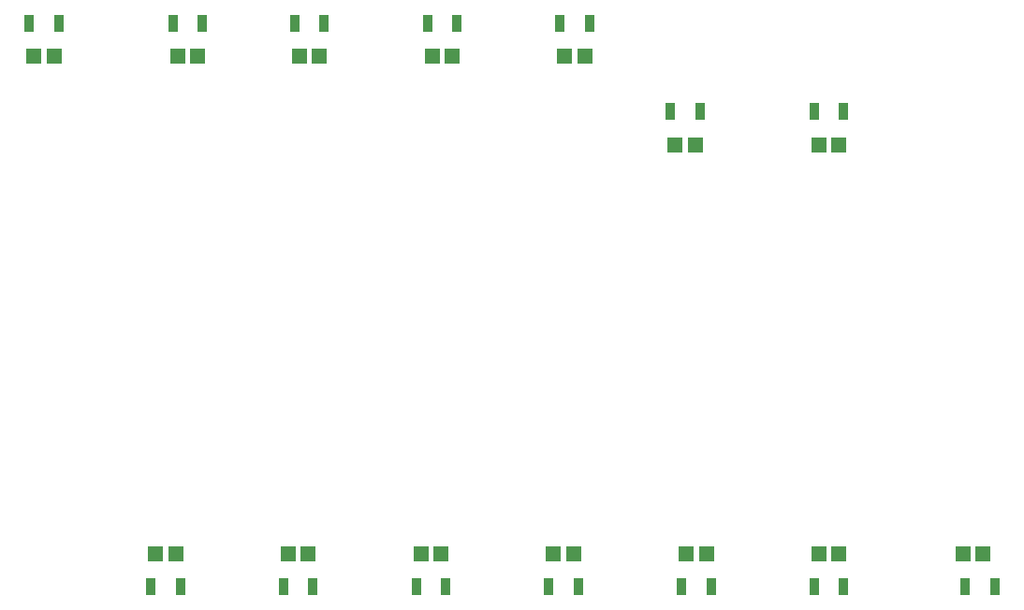
<source format=gbp>
G04*
G04 #@! TF.GenerationSoftware,Altium Limited,Altium Designer,20.2.6 (244)*
G04*
G04 Layer_Color=128*
%FSLAX25Y25*%
%MOIN*%
G70*
G04*
G04 #@! TF.SameCoordinates,497CC9B7-7792-49EA-9D7E-492ABDADDE37*
G04*
G04*
G04 #@! TF.FilePolarity,Positive*
G04*
G01*
G75*
%ADD36R,0.03543X0.06102*%
%ADD37R,0.05500X0.05800*%
D36*
X164075Y366142D02*
D03*
X174508D02*
D03*
X443602Y334646D02*
D03*
X454035D02*
D03*
X497441Y165354D02*
D03*
X507874D02*
D03*
X217815Y165354D02*
D03*
X207382D02*
D03*
X225689Y366142D02*
D03*
X215256D02*
D03*
X268996D02*
D03*
X258563D02*
D03*
X316240D02*
D03*
X305807D02*
D03*
X363484D02*
D03*
X353051D02*
D03*
X402854Y334646D02*
D03*
X392421D02*
D03*
X443602Y165354D02*
D03*
X454035D02*
D03*
X396358D02*
D03*
X406791D02*
D03*
X349114D02*
D03*
X359547D02*
D03*
X301870D02*
D03*
X312303D02*
D03*
X254626D02*
D03*
X265059D02*
D03*
D37*
X172838Y354331D02*
D03*
X165745D02*
D03*
X496454Y177165D02*
D03*
X503546D02*
D03*
X216145D02*
D03*
X209052D02*
D03*
X216926Y354331D02*
D03*
X224019D02*
D03*
X260233D02*
D03*
X267326D02*
D03*
X307477D02*
D03*
X314570D02*
D03*
X354721D02*
D03*
X361814D02*
D03*
X394091Y322835D02*
D03*
X401184D02*
D03*
X445272D02*
D03*
X452365D02*
D03*
X445272Y177165D02*
D03*
X452365D02*
D03*
X398028D02*
D03*
X405121D02*
D03*
X350784D02*
D03*
X357877D02*
D03*
X303540D02*
D03*
X310633D02*
D03*
X256296D02*
D03*
X263389D02*
D03*
M02*

</source>
